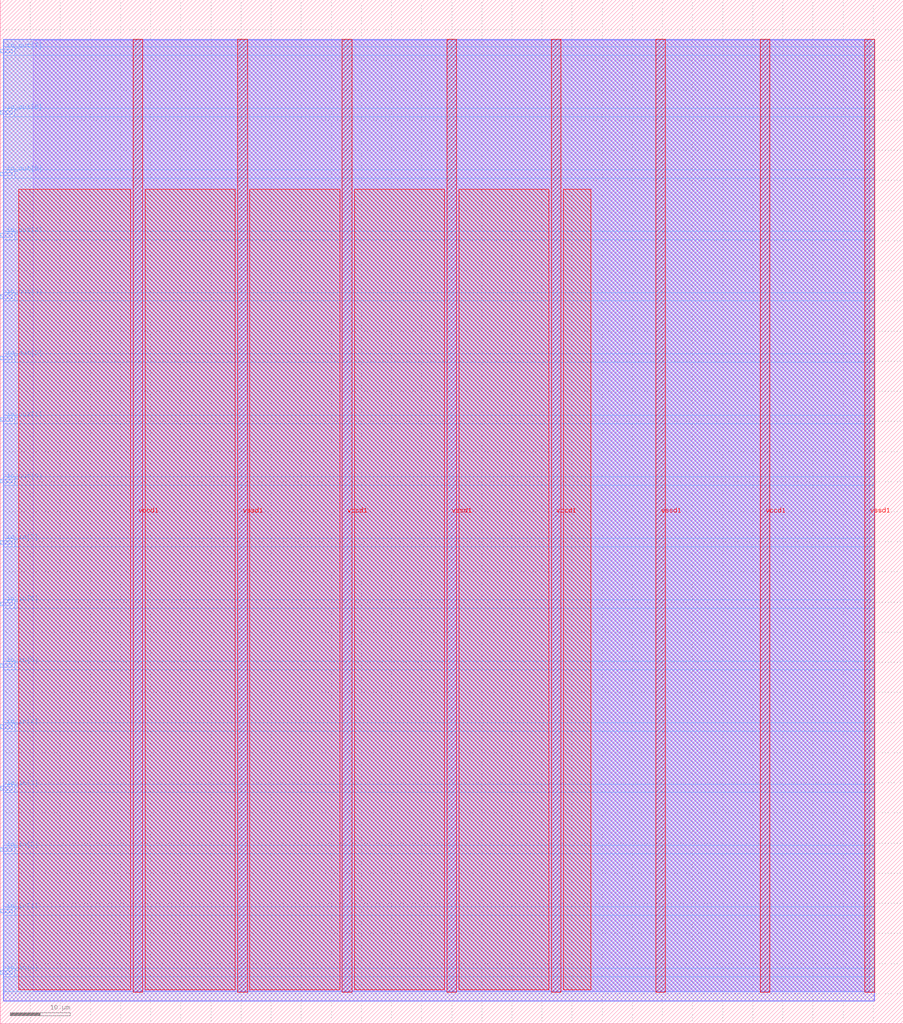
<source format=lef>
VERSION 5.7 ;
  NOWIREEXTENSIONATPIN ON ;
  DIVIDERCHAR "/" ;
  BUSBITCHARS "[]" ;
MACRO tomkeddie_top_tto
  CLASS BLOCK ;
  FOREIGN tomkeddie_top_tto ;
  ORIGIN 0.000 0.000 ;
  SIZE 150.000 BY 170.000 ;
  PIN io_in[0]
    DIRECTION INPUT ;
    USE SIGNAL ;
    PORT
      LAYER met3 ;
        RECT 0.000 8.200 2.000 8.800 ;
    END
  END io_in[0]
  PIN io_in[1]
    DIRECTION INPUT ;
    USE SIGNAL ;
    PORT
      LAYER met3 ;
        RECT 0.000 18.400 2.000 19.000 ;
    END
  END io_in[1]
  PIN io_in[2]
    DIRECTION INPUT ;
    USE SIGNAL ;
    PORT
      LAYER met3 ;
        RECT 0.000 28.600 2.000 29.200 ;
    END
  END io_in[2]
  PIN io_in[3]
    DIRECTION INPUT ;
    USE SIGNAL ;
    PORT
      LAYER met3 ;
        RECT 0.000 38.800 2.000 39.400 ;
    END
  END io_in[3]
  PIN io_in[4]
    DIRECTION INPUT ;
    USE SIGNAL ;
    PORT
      LAYER met3 ;
        RECT 0.000 49.000 2.000 49.600 ;
    END
  END io_in[4]
  PIN io_in[5]
    DIRECTION INPUT ;
    USE SIGNAL ;
    PORT
      LAYER met3 ;
        RECT 0.000 59.200 2.000 59.800 ;
    END
  END io_in[5]
  PIN io_in[6]
    DIRECTION INPUT ;
    USE SIGNAL ;
    PORT
      LAYER met3 ;
        RECT 0.000 69.400 2.000 70.000 ;
    END
  END io_in[6]
  PIN io_in[7]
    DIRECTION INPUT ;
    USE SIGNAL ;
    PORT
      LAYER met3 ;
        RECT 0.000 79.600 2.000 80.200 ;
    END
  END io_in[7]
  PIN io_out[0]
    DIRECTION OUTPUT TRISTATE ;
    USE SIGNAL ;
    PORT
      LAYER met3 ;
        RECT 0.000 89.800 2.000 90.400 ;
    END
  END io_out[0]
  PIN io_out[1]
    DIRECTION OUTPUT TRISTATE ;
    USE SIGNAL ;
    PORT
      LAYER met3 ;
        RECT 0.000 100.000 2.000 100.600 ;
    END
  END io_out[1]
  PIN io_out[2]
    DIRECTION OUTPUT TRISTATE ;
    USE SIGNAL ;
    PORT
      LAYER met3 ;
        RECT 0.000 110.200 2.000 110.800 ;
    END
  END io_out[2]
  PIN io_out[3]
    DIRECTION OUTPUT TRISTATE ;
    USE SIGNAL ;
    PORT
      LAYER met3 ;
        RECT 0.000 120.400 2.000 121.000 ;
    END
  END io_out[3]
  PIN io_out[4]
    DIRECTION OUTPUT TRISTATE ;
    USE SIGNAL ;
    PORT
      LAYER met3 ;
        RECT 0.000 130.600 2.000 131.200 ;
    END
  END io_out[4]
  PIN io_out[5]
    DIRECTION OUTPUT TRISTATE ;
    USE SIGNAL ;
    PORT
      LAYER met3 ;
        RECT 0.000 140.800 2.000 141.400 ;
    END
  END io_out[5]
  PIN io_out[6]
    DIRECTION OUTPUT TRISTATE ;
    USE SIGNAL ;
    PORT
      LAYER met3 ;
        RECT 0.000 151.000 2.000 151.600 ;
    END
  END io_out[6]
  PIN io_out[7]
    DIRECTION OUTPUT TRISTATE ;
    USE SIGNAL ;
    PORT
      LAYER met3 ;
        RECT 0.000 161.200 2.000 161.800 ;
    END
  END io_out[7]
  PIN vccd1
    DIRECTION INOUT ;
    USE POWER ;
    PORT
      LAYER met4 ;
        RECT 22.085 5.200 23.685 163.440 ;
    END
    PORT
      LAYER met4 ;
        RECT 56.815 5.200 58.415 163.440 ;
    END
    PORT
      LAYER met4 ;
        RECT 91.545 5.200 93.145 163.440 ;
    END
    PORT
      LAYER met4 ;
        RECT 126.275 5.200 127.875 163.440 ;
    END
  END vccd1
  PIN vssd1
    DIRECTION INOUT ;
    USE GROUND ;
    PORT
      LAYER met4 ;
        RECT 39.450 5.200 41.050 163.440 ;
    END
    PORT
      LAYER met4 ;
        RECT 74.180 5.200 75.780 163.440 ;
    END
    PORT
      LAYER met4 ;
        RECT 108.910 5.200 110.510 163.440 ;
    END
    PORT
      LAYER met4 ;
        RECT 143.640 5.200 145.240 163.440 ;
    END
  END vssd1
  OBS
      LAYER li1 ;
        RECT 5.520 5.355 144.440 163.285 ;
      LAYER met1 ;
        RECT 0.530 3.780 145.240 163.440 ;
      LAYER met2 ;
        RECT 0.550 3.750 145.210 163.385 ;
      LAYER met3 ;
        RECT 0.525 162.200 145.230 163.365 ;
        RECT 2.400 160.800 145.230 162.200 ;
        RECT 0.525 152.000 145.230 160.800 ;
        RECT 2.400 150.600 145.230 152.000 ;
        RECT 0.525 141.800 145.230 150.600 ;
        RECT 2.400 140.400 145.230 141.800 ;
        RECT 0.525 131.600 145.230 140.400 ;
        RECT 2.400 130.200 145.230 131.600 ;
        RECT 0.525 121.400 145.230 130.200 ;
        RECT 2.400 120.000 145.230 121.400 ;
        RECT 0.525 111.200 145.230 120.000 ;
        RECT 2.400 109.800 145.230 111.200 ;
        RECT 0.525 101.000 145.230 109.800 ;
        RECT 2.400 99.600 145.230 101.000 ;
        RECT 0.525 90.800 145.230 99.600 ;
        RECT 2.400 89.400 145.230 90.800 ;
        RECT 0.525 80.600 145.230 89.400 ;
        RECT 2.400 79.200 145.230 80.600 ;
        RECT 0.525 70.400 145.230 79.200 ;
        RECT 2.400 69.000 145.230 70.400 ;
        RECT 0.525 60.200 145.230 69.000 ;
        RECT 2.400 58.800 145.230 60.200 ;
        RECT 0.525 50.000 145.230 58.800 ;
        RECT 2.400 48.600 145.230 50.000 ;
        RECT 0.525 39.800 145.230 48.600 ;
        RECT 2.400 38.400 145.230 39.800 ;
        RECT 0.525 29.600 145.230 38.400 ;
        RECT 2.400 28.200 145.230 29.600 ;
        RECT 0.525 19.400 145.230 28.200 ;
        RECT 2.400 18.000 145.230 19.400 ;
        RECT 0.525 9.200 145.230 18.000 ;
        RECT 2.400 7.800 145.230 9.200 ;
        RECT 0.525 5.275 145.230 7.800 ;
      LAYER met4 ;
        RECT 3.055 5.615 21.685 138.545 ;
        RECT 24.085 5.615 39.050 138.545 ;
        RECT 41.450 5.615 56.415 138.545 ;
        RECT 58.815 5.615 73.780 138.545 ;
        RECT 76.180 5.615 91.145 138.545 ;
        RECT 93.545 5.615 98.145 138.545 ;
  END
END tomkeddie_top_tto
END LIBRARY


</source>
